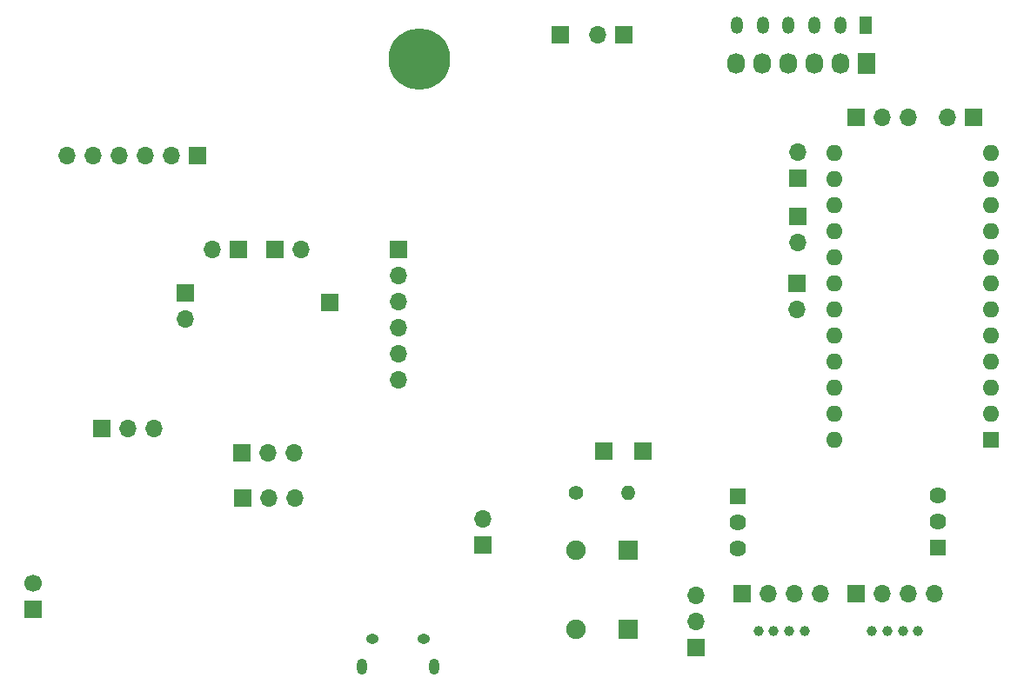
<source format=gbr>
G04 #@! TF.FileFunction,Soldermask,Bot*
%FSLAX46Y46*%
G04 Gerber Fmt 4.6, Leading zero omitted, Abs format (unit mm)*
G04 Created by KiCad (PCBNEW 4.0.4-stable) date 11/09/17 15:47:28*
%MOMM*%
%LPD*%
G01*
G04 APERTURE LIST*
%ADD10C,0.100000*%
%ADD11R,1.700000X1.700000*%
%ADD12O,1.700000X1.700000*%
%ADD13C,1.700000*%
%ADD14R,1.905000X1.905000*%
%ADD15C,1.905000*%
%ADD16O,1.250000X0.950000*%
%ADD17O,1.000000X1.550000*%
%ADD18C,1.400000*%
%ADD19O,1.400000X1.400000*%
%ADD20R,1.727200X2.032000*%
%ADD21O,1.727200X2.032000*%
%ADD22R,1.620000X1.620000*%
%ADD23C,1.620000*%
%ADD24C,6.000000*%
%ADD25C,1.000000*%
%ADD26R,1.200000X1.700000*%
%ADD27O,1.200000X1.700000*%
%ADD28R,1.600000X1.600000*%
%ADD29O,1.600000X1.600000*%
G04 APERTURE END LIST*
D10*
D11*
X128550000Y-117700000D03*
D12*
X131090000Y-117700000D03*
X133630000Y-117700000D03*
D11*
X77400000Y-135750000D03*
X104050000Y-150200000D03*
D13*
X48500000Y-163050000D03*
D11*
X48500000Y-165610000D03*
X72060000Y-130550000D03*
D12*
X74600000Y-130550000D03*
D11*
X68490000Y-130550000D03*
D12*
X65950000Y-130550000D03*
D14*
X106400000Y-167550000D03*
D15*
X101320000Y-167550000D03*
D14*
X106390000Y-159850000D03*
D15*
X101310000Y-159850000D03*
D16*
X81500000Y-168500000D03*
X86500000Y-168500000D03*
D17*
X80500000Y-171200000D03*
X87500000Y-171200000D03*
D11*
X84075000Y-130530000D03*
D12*
X84075000Y-133070000D03*
X84075000Y-135610000D03*
X84075000Y-138150000D03*
X84075000Y-140690000D03*
X84075000Y-143230000D03*
D11*
X92250000Y-159390000D03*
D12*
X92250000Y-156850000D03*
D11*
X106025000Y-109675000D03*
D12*
X103485000Y-109675000D03*
D11*
X140050000Y-117700000D03*
D12*
X137510000Y-117700000D03*
D11*
X63300000Y-134760000D03*
D12*
X63300000Y-137300000D03*
D11*
X64500000Y-121450000D03*
D12*
X61960000Y-121450000D03*
X59420000Y-121450000D03*
X56880000Y-121450000D03*
X54340000Y-121450000D03*
X51800000Y-121450000D03*
D11*
X55170000Y-148000000D03*
D12*
X57710000Y-148000000D03*
X60250000Y-148000000D03*
D11*
X99800000Y-109675000D03*
X107850000Y-150200000D03*
X113050000Y-169350000D03*
D12*
X113050000Y-166810000D03*
X113050000Y-164270000D03*
D18*
X101320000Y-154300000D03*
D19*
X106400000Y-154300000D03*
D20*
X129605000Y-112425000D03*
D21*
X127065000Y-112425000D03*
X124525000Y-112425000D03*
X121985000Y-112425000D03*
X119445000Y-112425000D03*
X116905000Y-112425000D03*
D22*
X136550000Y-159600000D03*
D23*
X136550000Y-157060000D03*
X136550000Y-154520000D03*
D22*
X117100000Y-154620000D03*
D23*
X117100000Y-157160000D03*
X117100000Y-159700000D03*
D11*
X128600000Y-164100000D03*
D12*
X131140000Y-164100000D03*
X133680000Y-164100000D03*
X136220000Y-164100000D03*
D11*
X117480000Y-164100000D03*
D12*
X120020000Y-164100000D03*
X122560000Y-164100000D03*
X125100000Y-164100000D03*
D11*
X68860000Y-154800000D03*
D12*
X71400000Y-154800000D03*
X73940000Y-154800000D03*
D11*
X68850000Y-150400000D03*
D12*
X71390000Y-150400000D03*
X73930000Y-150400000D03*
D24*
X86055000Y-112065000D03*
D25*
X130125000Y-167725000D03*
X131625000Y-167725000D03*
X133125000Y-167725000D03*
X134625000Y-167725000D03*
X119075000Y-167725000D03*
X120575000Y-167725000D03*
X122075000Y-167725000D03*
X123575000Y-167725000D03*
D26*
X129525000Y-108725000D03*
D27*
X127025000Y-108725000D03*
X124525000Y-108725000D03*
X122025000Y-108725000D03*
X119525000Y-108725000D03*
X117025000Y-108725000D03*
D11*
X122800000Y-133860000D03*
D12*
X122800000Y-136400000D03*
D28*
X141740000Y-149080000D03*
D29*
X126500000Y-121140000D03*
X141740000Y-146540000D03*
X126500000Y-123680000D03*
X141740000Y-144000000D03*
X126500000Y-126220000D03*
X141740000Y-141460000D03*
X126500000Y-128760000D03*
X141740000Y-138920000D03*
X126500000Y-131300000D03*
X141740000Y-136380000D03*
X126500000Y-133840000D03*
X141740000Y-133840000D03*
X126500000Y-136380000D03*
X141740000Y-131300000D03*
X126500000Y-138920000D03*
X141740000Y-128760000D03*
X126500000Y-141460000D03*
X141740000Y-126220000D03*
X126500000Y-144000000D03*
X141740000Y-123680000D03*
X126500000Y-146540000D03*
X141740000Y-121140000D03*
X126500000Y-149080000D03*
D11*
X122900000Y-123590000D03*
D12*
X122900000Y-121050000D03*
D11*
X122900000Y-127360000D03*
D12*
X122900000Y-129900000D03*
M02*

</source>
